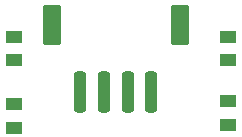
<source format=gbr>
G04*
G04 #@! TF.GenerationSoftware,Altium Limited,Altium Designer,23.0.1 (38)*
G04*
G04 Layer_Color=8421504*
%FSLAX25Y25*%
%MOIN*%
G70*
G04*
G04 #@! TF.SameCoordinates,1BC4FD92-A1BF-4EFC-BBB9-C4C69C01024F*
G04*
G04*
G04 #@! TF.FilePolarity,Positive*
G04*
G01*
G75*
G04:AMPARAMS|DCode=15|XSize=39.37mil|YSize=137.8mil|CornerRadius=9.84mil|HoleSize=0mil|Usage=FLASHONLY|Rotation=0.000|XOffset=0mil|YOffset=0mil|HoleType=Round|Shape=RoundedRectangle|*
%AMROUNDEDRECTD15*
21,1,0.03937,0.11811,0,0,0.0*
21,1,0.01968,0.13780,0,0,0.0*
1,1,0.01968,0.00984,-0.05906*
1,1,0.01968,-0.00984,-0.05906*
1,1,0.01968,-0.00984,0.05906*
1,1,0.01968,0.00984,0.05906*
%
%ADD15ROUNDEDRECTD15*%
G04:AMPARAMS|DCode=16|XSize=59.06mil|YSize=133.86mil|CornerRadius=7.38mil|HoleSize=0mil|Usage=FLASHONLY|Rotation=0.000|XOffset=0mil|YOffset=0mil|HoleType=Round|Shape=RoundedRectangle|*
%AMROUNDEDRECTD16*
21,1,0.05906,0.11909,0,0,0.0*
21,1,0.04429,0.13386,0,0,0.0*
1,1,0.01476,0.02215,-0.05955*
1,1,0.01476,-0.02215,-0.05955*
1,1,0.01476,-0.02215,0.05955*
1,1,0.01476,0.02215,0.05955*
%
%ADD16ROUNDEDRECTD16*%
%ADD17R,0.05315X0.04134*%
D15*
X253232Y219362D02*
D03*
X261106D02*
D03*
X268980D02*
D03*
X276854D02*
D03*
D16*
X243587Y242000D02*
D03*
X286500D02*
D03*
D17*
X231000Y207661D02*
D03*
Y215339D02*
D03*
Y230161D02*
D03*
Y237839D02*
D03*
X302500Y208661D02*
D03*
Y216339D02*
D03*
Y230161D02*
D03*
Y237839D02*
D03*
M02*

</source>
